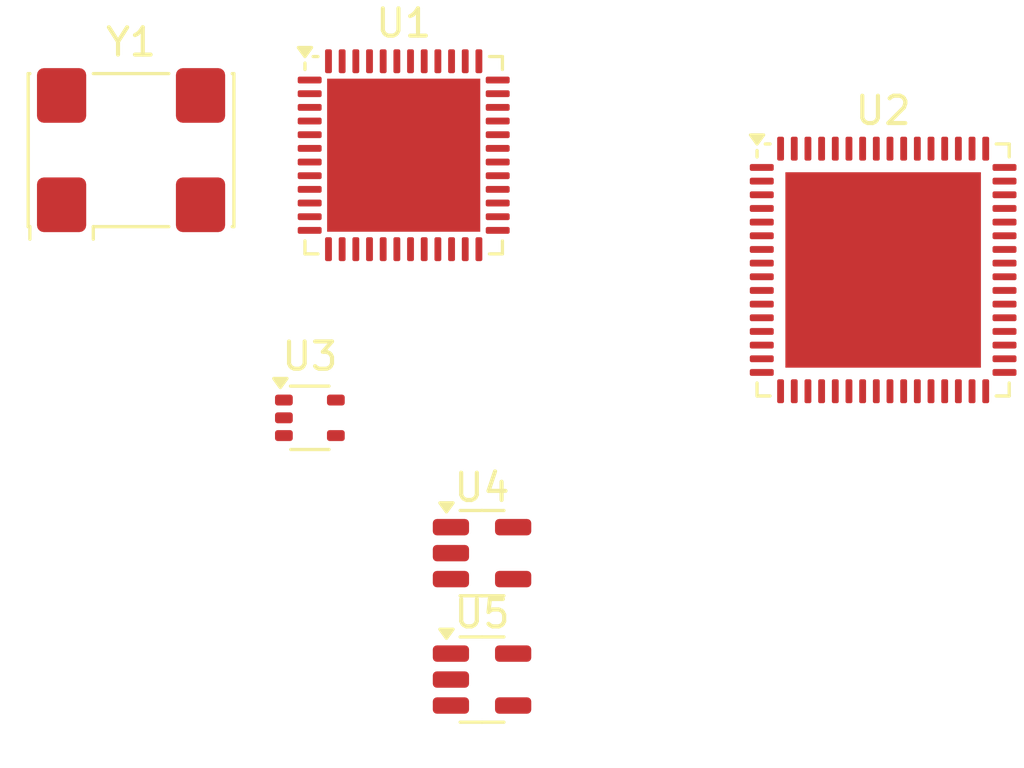
<source format=kicad_pcb>
(kicad_pcb (version 20241229) (generator "pcbnew") (generator_version "9.0")
  (layers (0 "F.Cu" signal) (2 "B.Cu" signal) (13 "F.Paste" user) (15 "B.Paste" user) (5 "F.SilkS" user "F.Silkscreen") (7 "B.SilkS" user "B.Silkscreen") (1 "F.Mask" user) (3 "B.Mask" user) (25 "Edge.Cuts" user))
  (net 0 "")
  (net 2 "+3.3V")
  (net 7 "Net-(U1D-VCC-Pad30)")
  (net 13 "+2V5")
  (net 26 "CLK(48MHz)")
  (net 34 "GND")
  (net 53 "Net-(U2-REFHA-Pad3)")
  (net 60 "Net-(U2-GND-Pad17)")
  (net 61 "Net-(U2-REFHB-Pad13)")
  (net 70 "Net-(U2-REFLB-Pad11)")
  (net 84 "Net-(U2-OGND-Pad31)")
  (net 95 "Net-(U2-REFLA-Pad5)")
  (net 105 "+BATT")
  (net 109 "+1V2")
  (footprint "Package_TO_SOT_SMD:SOT-353_SC-70-5" (layer "F.Cu") (at 63.434 58.816)
    (property "Reference" "U3" (at 0 -2.25 0) (layer "F.SilkS"))
    (property "Value" "MIC5365-3.3YC5")
    (fp_line (start -0.71 -1.16) (end 0.7 -1.16) (stroke (width 0.12)) (layer "F.SilkS"))
    (fp_line (start -0.7 1.16) (end 0.7 1.16) (stroke (width 0.12)) (layer "F.SilkS"))
    (fp_poly (pts (xy -1.08 -1.11) (xy -1.32 -1.44) (xy -0.84 -1.44) (xy -1.08 -1.11)) (stroke (width 0.12)) (fill yes) (layer "F.SilkS"))
    (pad "1" smd roundrect (at -0.95 -0.65) (size 0.65 0.4) (layers "F.Cu" "F.Mask" "F.Paste") (net 105 "+BATT"))
    (pad "2" smd roundrect (at -0.95 0) (size 0.65 0.4) (layers "F.Cu" "F.Mask" "F.Paste") (net 34 "GND"))
    (pad "3" smd roundrect (at -0.95 0.65) (size 0.65 0.4) (layers "F.Cu" "F.Mask" "F.Paste"))
    (pad "4" smd roundrect (at 0.95 0.65) (size 0.65 0.4) (layers "F.Cu" "F.Mask" "F.Paste"))
    (pad "5" smd roundrect (at 0.95 -0.65) (size 0.65 0.4) (layers "F.Cu" "F.Mask" "F.Paste") (net 2 "+3.3V"))
  )
  (footprint "Package_TO_SOT_SMD:SOT-23-5" (layer "F.Cu") (at 69.7285 63.767)
    (property "Reference" "U4" (at 0 -2.4 0) (layer "F.SilkS"))
    (property "Value" "TLV70212_SOT23-5")
    (fp_line (start 0 -1.56) (end -0.8 -1.56) (stroke (width 0.12)) (layer "F.SilkS"))
    (fp_line (start 0 -1.56) (end 0.8 -1.56) (stroke (width 0.12)) (layer "F.SilkS"))
    (fp_line (start 0 1.56) (end -0.8 1.56) (stroke (width 0.12)) (layer "F.SilkS"))
    (fp_line (start 0 1.56) (end 0.8 1.56) (stroke (width 0.12)) (layer "F.SilkS"))
    (fp_poly (pts (xy -1.3 -1.51) (xy -1.54 -1.84) (xy -1.06 -1.84)) (stroke (width 0.12)) (fill yes) (layer "F.SilkS"))
    (pad "1" smd roundrect (at -1.1375 -0.95) (size 1.325 0.6) (layers "F.Cu" "F.Mask" "F.Paste") (net 2 "+3.3V"))
    (pad "2" smd roundrect (at -1.1375 0) (size 1.325 0.6) (layers "F.Cu" "F.Mask" "F.Paste") (net 34 "GND"))
    (pad "3" smd roundrect (at -1.1375 0.95) (size 1.325 0.6) (layers "F.Cu" "F.Mask" "F.Paste"))
    (pad "4" smd roundrect (at 1.1375 0.95) (size 1.325 0.6) (layers "F.Cu" "F.Mask" "F.Paste"))
    (pad "5" smd roundrect (at 1.1375 -0.95) (size 1.325 0.6) (layers "F.Cu" "F.Mask" "F.Paste") (net 109 "+1V2"))
  )
  (footprint "Oscillator:Oscillator_SMD_Abracon_ASV-4Pin_7.0x5.1mm" (layer "F.Cu") (at 56.896 49.022)
    (property "Reference" "Y1" (at 0 -3.95 0) (layer "F.SilkS"))
    (property "Value" "ASV-xxxMHz")
    (fp_line (start -3.76 -2.8) (end -3.7 -2.8) (stroke (width 0.12)) (layer "F.SilkS"))
    (fp_line (start -3.76 2.8) (end -3.76 -2.8) (stroke (width 0.12)) (layer "F.SilkS"))
    (fp_line (start -3.7 2.8) (end -3.76 2.8) (stroke (width 0.12)) (layer "F.SilkS"))
    (fp_line (start -3.7 3.26) (end -3.7 2.8) (stroke (width 0.12)) (layer "F.SilkS"))
    (fp_line (start -1.38 -2.8) (end 1.38 -2.8) (stroke (width 0.12)) (layer "F.SilkS"))
    (fp_line (start -1.38 2.8) (end -1.38 3.26) (stroke (width 0.12)) (layer "F.SilkS"))
    (fp_line (start 1.38 2.8) (end -1.38 2.8) (stroke (width 0.12)) (layer "F.SilkS"))
    (fp_line (start 3.7 -2.8) (end 3.76 -2.8) (stroke (width 0.12)) (layer "F.SilkS"))
    (fp_line (start 3.76 -2.8) (end 3.76 2.8) (stroke (width 0.12)) (layer "F.SilkS"))
    (fp_line (start 3.76 2.8) (end 3.7 2.8) (stroke (width 0.12)) (layer "F.SilkS"))
    (pad "1" smd roundrect (at -2.54 2) (size 1.8 2) (layers "F.Cu" "F.Mask" "F.Paste") (roundrect_rratio 0.138889))
    (pad "2" smd roundrect (at 2.54 2) (size 1.8 2) (layers "F.Cu" "F.Mask" "F.Paste") (roundrect_rratio 0.138889) (net 34 "GND"))
    (pad "3" smd roundrect (at 2.54 -2) (size 1.8 2) (layers "F.Cu" "F.Mask" "F.Paste") (roundrect_rratio 0.138889) (net 26 "CLK(48MHz)"))
    (pad "4" smd roundrect (at -2.54 -2) (size 1.8 2) (layers "F.Cu" "F.Mask" "F.Paste") (roundrect_rratio 0.138889) (net 2 "+3.3V"))
  )
  (footprint "Package_DFN_QFN:QFN-48-1EP_7x7mm_P0.5mm_EP5.6x5.6mm" (layer "F.Cu") (at 66.864 49.208)
    (property "Reference" "U1" (at 0 -4.83 0) (layer "F.SilkS"))
    (property "Value" "ICE40UP5K-SG48ITR")
    (fp_line (start -3.61 -3.135) (end -3.61 -3.37) (stroke (width 0.12)) (layer "F.SilkS"))
    (fp_line (start -3.61 3.61) (end -3.61 3.135) (stroke (width 0.12)) (layer "F.SilkS"))
    (fp_line (start -3.135 -3.61) (end -3.31 -3.61) (stroke (width 0.12)) (layer "F.SilkS"))
    (fp_line (start -3.135 3.61) (end -3.61 3.61) (stroke (width 0.12)) (layer "F.SilkS"))
    (fp_line (start 3.135 -3.61) (end 3.61 -3.61) (stroke (width 0.12)) (layer "F.SilkS"))
    (fp_line (start 3.135 3.61) (end 3.61 3.61) (stroke (width 0.12)) (layer "F.SilkS"))
    (fp_line (start 3.61 -3.61) (end 3.61 -3.135) (stroke (width 0.12)) (layer "F.SilkS"))
    (fp_line (start 3.61 3.61) (end 3.61 3.135) (stroke (width 0.12)) (layer "F.SilkS"))
    (fp_poly (pts (xy -3.61 -3.61) (xy -3.85 -3.94) (xy -3.37 -3.94)) (stroke (width 0.12)) (fill yes) (layer "F.SilkS"))
    (pad "1" smd roundrect (at -3.4375 -2.75) (size 0.875 0.25) (layers "F.Cu" "F.Mask" "F.Paste") (net 2 "+3.3V"))
    (pad "2" smd roundrect (at -3.4375 -2.25) (size 0.875 0.25) (layers "F.Cu" "F.Mask" "F.Paste"))
    (pad "3" smd roundrect (at -3.4375 -1.75) (size 0.875 0.25) (layers "F.Cu" "F.Mask" "F.Paste"))
    (pad "4" smd roundrect (at -3.4375 -1.25) (size 0.875 0.25) (layers "F.Cu" "F.Mask" "F.Paste"))
    (pad "5" smd roundrect (at -3.4375 -0.75) (size 0.875 0.25) (layers "F.Cu" "F.Mask" "F.Paste") (net 7 "Net-(U1D-VCC-Pad30)"))
    (pad "6" smd roundrect (at -3.4375 -0.25) (size 0.875 0.25) (layers "F.Cu" "F.Mask" "F.Paste"))
    (pad "7" smd roundrect (at -3.4375 0.25) (size 0.875 0.25) (layers "F.Cu" "F.Mask" "F.Paste"))
    (pad "8" smd roundrect (at -3.4375 0.75) (size 0.875 0.25) (layers "F.Cu" "F.Mask" "F.Paste"))
    (pad "9" smd roundrect (at -3.4375 1.25) (size 0.875 0.25) (layers "F.Cu" "F.Mask" "F.Paste"))
    (pad "10" smd roundrect (at -3.4375 1.75) (size 0.875 0.25) (layers "F.Cu" "F.Mask" "F.Paste"))
    (pad "11" smd roundrect (at -3.4375 2.25) (size 0.875 0.25) (layers "F.Cu" "F.Mask" "F.Paste"))
    (pad "12" smd roundrect (at -3.4375 2.75) (size 0.875 0.25) (layers "F.Cu" "F.Mask" "F.Paste"))
    (pad "13" smd roundrect (at -2.75 3.4375) (size 0.25 0.875) (layers "F.Cu" "F.Mask" "F.Paste"))
    (pad "14" smd roundrect (at -2.25 3.4375) (size 0.25 0.875) (layers "F.Cu" "F.Mask" "F.Paste"))
    (pad "15" smd roundrect (at -1.75 3.4375) (size 0.25 0.875) (layers "F.Cu" "F.Mask" "F.Paste"))
    (pad "16" smd roundrect (at -1.25 3.4375) (size 0.25 0.875) (layers "F.Cu" "F.Mask" "F.Paste"))
    (pad "17" smd roundrect (at -0.75 3.4375) (size 0.25 0.875) (layers "F.Cu" "F.Mask" "F.Paste"))
    (pad "18" smd roundrect (at -0.25 3.4375) (size 0.25 0.875) (layers "F.Cu" "F.Mask" "F.Paste"))
    (pad "19" smd roundrect (at 0.25 3.4375) (size 0.25 0.875) (layers "F.Cu" "F.Mask" "F.Paste"))
    (pad "20" smd roundrect (at 0.75 3.4375) (size 0.25 0.875) (layers "F.Cu" "F.Mask" "F.Paste"))
    (pad "21" smd roundrect (at 1.25 3.4375) (size 0.25 0.875) (layers "F.Cu" "F.Mask" "F.Paste"))
    (pad "22" smd roundrect (at 1.75 3.4375) (size 0.25 0.875) (layers "F.Cu" "F.Mask" "F.Paste") (net 2 "+3.3V"))
    (pad "23" smd roundrect (at 2.25 3.4375) (size 0.25 0.875) (layers "F.Cu" "F.Mask" "F.Paste"))
    (pad "24" smd roundrect (at 2.75 3.4375) (size 0.25 0.875) (layers "F.Cu" "F.Mask" "F.Paste") (net 13 "+2V5"))
    (pad "25" smd roundrect (at 3.4375 2.75) (size 0.875 0.25) (layers "F.Cu" "F.Mask" "F.Paste"))
    (pad "26" smd roundrect (at 3.4375 2.25) (size 0.875 0.25) (layers "F.Cu" "F.Mask" "F.Paste"))
    (pad "27" smd roundrect (at 3.4375 1.75) (size 0.875 0.25) (layers "F.Cu" "F.Mask" "F.Paste"))
    (pad "28" smd roundrect (at 3.4375 1.25) (size 0.875 0.25) (layers "F.Cu" "F.Mask" "F.Paste"))
    (pad "29" smd roundrect (at 3.4375 0.75) (size 0.875 0.25) (layers "F.Cu" "F.Mask" "F.Paste") (net 13 "+2V5"))
    (pad "30" smd roundrect (at 3.4375 0.25) (size 0.875 0.25) (layers "F.Cu" "F.Mask" "F.Paste") (net 7 "Net-(U1D-VCC-Pad30)"))
    (pad "31" smd roundrect (at 3.4375 -0.25) (size 0.875 0.25) (layers "F.Cu" "F.Mask" "F.Paste"))
    (pad "32" smd roundrect (at 3.4375 -0.75) (size 0.875 0.25) (layers "F.Cu" "F.Mask" "F.Paste"))
    (pad "33" smd roundrect (at 3.4375 -1.25) (size 0.875 0.25) (layers "F.Cu" "F.Mask" "F.Paste") (net 2 "+3.3V"))
    (pad "34" smd roundrect (at 3.4375 -1.75) (size 0.875 0.25) (layers "F.Cu" "F.Mask" "F.Paste"))
    (pad "35" smd roundrect (at 3.4375 -2.25) (size 0.875 0.25) (layers "F.Cu" "F.Mask" "F.Paste"))
    (pad "36" smd roundrect (at 3.4375 -2.75) (size 0.875 0.25) (layers "F.Cu" "F.Mask" "F.Paste"))
    (pad "37" smd roundrect (at 2.75 -3.4375) (size 0.25 0.875) (layers "F.Cu" "F.Mask" "F.Paste"))
    (pad "38" smd roundrect (at 2.25 -3.4375) (size 0.25 0.875) (layers "F.Cu" "F.Mask" "F.Paste"))
    (pad "39" smd roundrect (at 1.75 -3.4375) (size 0.25 0.875) (layers "F.Cu" "F.Mask" "F.Paste"))
    (pad "40" smd roundrect (at 1.25 -3.4375) (size 0.25 0.875) (layers "F.Cu" "F.Mask" "F.Paste"))
    (pad "41" smd roundrect (at 0.75 -3.4375) (size 0.25 0.875) (layers "F.Cu" "F.Mask" "F.Paste"))
    (pad "42" smd roundrect (at 0.25 -3.4375) (size 0.25 0.875) (layers "F.Cu" "F.Mask" "F.Paste"))
    (pad "43" smd roundrect (at -0.25 -3.4375) (size 0.25 0.875) (layers "F.Cu" "F.Mask" "F.Paste"))
    (pad "44" smd roundrect (at -0.75 -3.4375) (size 0.25 0.875) (layers "F.Cu" "F.Mask" "F.Paste") (net 26 "CLK(48MHz)"))
    (pad "45" smd roundrect (at -1.25 -3.4375) (size 0.25 0.875) (layers "F.Cu" "F.Mask" "F.Paste"))
    (pad "46" smd roundrect (at -1.75 -3.4375) (size 0.25 0.875) (layers "F.Cu" "F.Mask" "F.Paste"))
    (pad "47" smd roundrect (at -2.25 -3.4375) (size 0.25 0.875) (layers "F.Cu" "F.Mask" "F.Paste"))
    (pad "48" smd roundrect (at -2.75 -3.4375) (size 0.25 0.875) (layers "F.Cu" "F.Mask" "F.Paste"))
    (pad "49" smd rect (at 0 0) (size 5.6 5.6) (property pad_prop_heatsink) (layers "F.Cu" "F.Mask") (net 34 "GND"))
  )
  (footprint "Package_DFN_QFN:QFN-64-1EP_9x9mm_P0.5mm_EP7.15x7.15mm" (layer "F.Cu") (at 84.394 53.406)
    (property "Reference" "U2" (at 0 -5.83 0) (layer "F.SilkS"))
    (property "Value" "LTC2299xUP")
    (fp_line (start -4.61 -4.135) (end -4.61 -4.37) (stroke (width 0.12)) (layer "F.SilkS"))
    (fp_line (start -4.61 4.61) (end -4.61 4.135) (stroke (width 0.12)) (layer "F.SilkS"))
    (fp_line (start -4.135 -4.61) (end -4.31 -4.61) (stroke (width 0.12)) (layer "F.SilkS"))
    (fp_line (start -4.135 4.61) (end -4.61 4.61) (stroke (width 0.12)) (layer "F.SilkS"))
    (fp_line (start 4.135 -4.61) (end 4.61 -4.61) (stroke (width 0.12)) (layer "F.SilkS"))
    (fp_line (start 4.135 4.61) (end 4.61 4.61) (stroke (width 0.12)) (layer "F.SilkS"))
    (fp_line (start 4.61 -4.61) (end 4.61 -4.135) (stroke (width 0.12)) (layer "F.SilkS"))
    (fp_line (start 4.61 4.61) (end 4.61 4.135) (stroke (width 0.12)) (layer "F.SilkS"))
    (fp_poly (pts (xy -4.61 -4.61) (xy -4.85 -4.94) (xy -4.37 -4.94)) (stroke (width 0.12)) (fill yes) (layer "F.SilkS"))
    (pad "1" smd roundrect (at -4.4375 -3.75) (size 0.875 0.25) (layers "F.Cu" "F.Mask" "F.Paste"))
    (pad "2" smd roundrect (at -4.4375 -3.25) (size 0.875 0.25) (layers "F.Cu" "F.Mask" "F.Paste"))
    (pad "3" smd roundrect (at -4.4375 -2.75) (size 0.875 0.25) (layers "F.Cu" "F.Mask" "F.Paste") (net 53 "Net-(U2-REFHA-Pad3)"))
    (pad "4" smd roundrect (at -4.4375 -2.25) (size 0.875 0.25) (layers "F.Cu" "F.Mask" "F.Paste") (net 53 "Net-(U2-REFHA-Pad3)"))
    (pad "5" smd roundrect (at -4.4375 -1.75) (size 0.875 0.25) (layers "F.Cu" "F.Mask" "F.Paste") (net 95 "Net-(U2-REFLA-Pad5)"))
    (pad "6" smd roundrect (at -4.4375 -1.25) (size 0.875 0.25) (layers "F.Cu" "F.Mask" "F.Paste") (net 95 "Net-(U2-REFLA-Pad5)"))
    (pad "7" smd roundrect (at -4.4375 -0.75) (size 0.875 0.25) (layers "F.Cu" "F.Mask" "F.Paste"))
    (pad "8" smd roundrect (at -4.4375 -0.25) (size 0.875 0.25) (layers "F.Cu" "F.Mask" "F.Paste"))
    (pad "9" smd roundrect (at -4.4375 0.25) (size 0.875 0.25) (layers "F.Cu" "F.Mask" "F.Paste"))
    (pad "10" smd roundrect (at -4.4375 0.75) (size 0.875 0.25) (layers "F.Cu" "F.Mask" "F.Paste"))
    (pad "11" smd roundrect (at -4.4375 1.25) (size 0.875 0.25) (layers "F.Cu" "F.Mask" "F.Paste") (net 70 "Net-(U2-REFLB-Pad11)"))
    (pad "12" smd roundrect (at -4.4375 1.75) (size 0.875 0.25) (layers "F.Cu" "F.Mask" "F.Paste") (net 70 "Net-(U2-REFLB-Pad11)"))
    (pad "13" smd roundrect (at -4.4375 2.25) (size 0.875 0.25) (layers "F.Cu" "F.Mask" "F.Paste") (net 61 "Net-(U2-REFHB-Pad13)"))
    (pad "14" smd roundrect (at -4.4375 2.75) (size 0.875 0.25) (layers "F.Cu" "F.Mask" "F.Paste") (net 61 "Net-(U2-REFHB-Pad13)"))
    (pad "15" smd roundrect (at -4.4375 3.25) (size 0.875 0.25) (layers "F.Cu" "F.Mask" "F.Paste"))
    (pad "16" smd roundrect (at -4.4375 3.75) (size 0.875 0.25) (layers "F.Cu" "F.Mask" "F.Paste"))
    (pad "17" smd roundrect (at -3.75 4.4375) (size 0.25 0.875) (layers "F.Cu" "F.Mask" "F.Paste") (net 60 "Net-(U2-GND-Pad17)"))
    (pad "18" smd roundrect (at -3.25 4.4375) (size 0.25 0.875) (layers "F.Cu" "F.Mask" "F.Paste"))
    (pad "19" smd roundrect (at -2.75 4.4375) (size 0.25 0.875) (layers "F.Cu" "F.Mask" "F.Paste"))
    (pad "20" smd roundrect (at -2.25 4.4375) (size 0.25 0.875) (layers "F.Cu" "F.Mask" "F.Paste"))
    (pad "21" smd roundrect (at -1.75 4.4375) (size 0.25 0.875) (layers "F.Cu" "F.Mask" "F.Paste"))
    (pad "22" smd roundrect (at -1.25 4.4375) (size 0.25 0.875) (layers "F.Cu" "F.Mask" "F.Paste"))
    (pad "23" smd roundrect (at -0.75 4.4375) (size 0.25 0.875) (layers "F.Cu" "F.Mask" "F.Paste"))
    (pad "24" smd roundrect (at -0.25 4.4375) (size 0.25 0.875) (layers "F.Cu" "F.Mask" "F.Paste"))
    (pad "25" smd roundrect (at 0.25 4.4375) (size 0.25 0.875) (layers "F.Cu" "F.Mask" "F.Paste"))
    (pad "26" smd roundrect (at 0.75 4.4375) (size 0.25 0.875) (layers "F.Cu" "F.Mask" "F.Paste"))
    (pad "27" smd roundrect (at 1.25 4.4375) (size 0.25 0.875) (layers "F.Cu" "F.Mask" "F.Paste"))
    (pad "28" smd roundrect (at 1.75 4.4375) (size 0.25 0.875) (layers "F.Cu" "F.Mask" "F.Paste"))
    (pad "29" smd roundrect (at 2.25 4.4375) (size 0.25 0.875) (layers "F.Cu" "F.Mask" "F.Paste"))
    (pad "30" smd roundrect (at 2.75 4.4375) (size 0.25 0.875) (layers "F.Cu" "F.Mask" "F.Paste"))
    (pad "31" smd roundrect (at 3.25 4.4375) (size 0.25 0.875) (layers "F.Cu" "F.Mask" "F.Paste") (net 84 "Net-(U2-OGND-Pad31)"))
    (pad "32" smd roundrect (at 3.75 4.4375) (size 0.25 0.875) (layers "F.Cu" "F.Mask" "F.Paste"))
    (pad "33" smd roundrect (at 4.4375 3.75) (size 0.875 0.25) (layers "F.Cu" "F.Mask" "F.Paste"))
    (pad "34" smd roundrect (at 4.4375 3.25) (size 0.875 0.25) (layers "F.Cu" "F.Mask" "F.Paste"))
    (pad "35" smd roundrect (at 4.4375 2.75) (size 0.875 0.25) (layers "F.Cu" "F.Mask" "F.Paste"))
    (pad "36" smd roundrect (at 4.4375 2.25) (size 0.875 0.25) (layers "F.Cu" "F.Mask" "F.Paste"))
    (pad "37" smd roundrect (at 4.4375 1.75) (size 0.875 0.25) (layers "F.Cu" "F.Mask" "F.Paste"))
    (pad "38" smd roundrect (at 4.4375 1.25) (size 0.875 0.25) (layers "F.Cu" "F.Mask" "F.Paste"))
    (pad "39" smd roundrect (at 4.4375 0.75) (size 0.875 0.25) (layers "F.Cu" "F.Mask" "F.Paste"))
    (pad "40" smd roundrect (at 4.4375 0.25) (size 0.875 0.25) (layers "F.Cu" "F.Mask" "F.Paste"))
    (pad "41" smd roundrect (at 4.4375 -0.25) (size 0.875 0.25) (layers "F.Cu" "F.Mask" "F.Paste"))
    (pad "42" smd roundrect (at 4.4375 -0.75) (size 0.875 0.25) (layers "F.Cu" "F.Mask" "F.Paste"))
    (pad "43" smd roundrect (at 4.4375 -1.25) (size 0.875 0.25) (layers "F.Cu" "F.Mask" "F.Paste"))
    (pad "44" smd roundrect (at 4.4375 -1.75) (size 0.875 0.25) (layers "F.Cu" "F.Mask" "F.Paste"))
    (pad "45" smd roundrect (at 4.4375 -2.25) (size 0.875 0.25) (layers "F.Cu" "F.Mask" "F.Paste"))
    (pad "46" smd roundrect (at 4.4375 -2.75) (size 0.875 0.25) (layers "F.Cu" "F.Mask" "F.Paste"))
    (pad "47" smd roundrect (at 4.4375 -3.25) (size 0.875 0.25) (layers "F.Cu" "F.Mask" "F.Paste"))
    (pad "48" smd roundrect (at 4.4375 -3.75) (size 0.875 0.25) (layers "F.Cu" "F.Mask" "F.Paste"))
    (pad "49" smd roundrect (at 3.75 -4.4375) (size 0.25 0.875) (layers "F.Cu" "F.Mask" "F.Paste"))
    (pad "50" smd roundrect (at 3.25 -4.4375) (size 0.25 0.875) (layers "F.Cu" "F.Mask" "F.Paste") (net 84 "Net-(U2-OGND-Pad31)"))
    (pad "51" smd roundrect (at 2.75 -4.4375) (size 0.25 0.875) (layers "F.Cu" "F.Mask" "F.Paste"))
    (pad "52" smd roundrect (at 2.25 -4.4375) (size 0.25 0.875) (layers "F.Cu" "F.Mask" "F.Paste"))
    (pad "53" smd roundrect (at 1.75 -4.4375) (size 0.25 0.875) (layers "F.Cu" "F.Mask" "F.Paste"))
    (pad "54" smd roundrect (at 1.25 -4.4375) (size 0.25 0.875) (layers "F.Cu" "F.Mask" "F.Paste"))
    (pad "55" smd roundrect (at 0.75 -4.4375) (size 0.25 0.875) (layers "F.Cu" "F.Mask" "F.Paste"))
    (pad "56" smd roundrect (at 0.25 -4.4375) (size 0.25 0.875) (layers "F.Cu" "F.Mask" "F.Paste"))
    (pad "57" smd roundrect (at -0.25 -4.4375) (size 0.25 0.875) (layers "F.Cu" "F.Mask" "F.Paste"))
    (pad "58" smd roundrect (at -0.75 -4.4375) (size 0.25 0.875) (layers "F.Cu" "F.Mask" "F.Paste"))
    (pad "59" smd roundrect (at -1.25 -4.4375) (size 0.25 0.875) (layers "F.Cu" "F.Mask" "F.Paste"))
    (pad "60" smd roundrect (at -1.75 -4.4375) (size 0.25 0.875) (layers "F.Cu" "F.Mask" "F.Paste"))
    (pad "61" smd roundrect (at -2.25 -4.4375) (size 0.25 0.875) (layers "F.Cu" "F.Mask" "F.Paste"))
    (pad "62" smd roundrect (at -2.75 -4.4375) (size 0.25 0.875) (layers "F.Cu" "F.Mask" "F.Paste"))
    (pad "63" smd roundrect (at -3.25 -4.4375) (size 0.25 0.875) (layers "F.Cu" "F.Mask" "F.Paste"))
    (pad "64" smd roundrect (at -3.75 -4.4375) (size 0.25 0.875) (layers "F.Cu" "F.Mask" "F.Paste") (net 60 "Net-(U2-GND-Pad17)"))
    (pad "65" smd rect (at 0 0) (size 7.15 7.15) (property pad_prop_heatsink) (layers "F.Cu" "F.Mask") (net 60 "Net-(U2-GND-Pad17)"))
  )
  (footprint "Package_TO_SOT_SMD:SOT-23-5" (layer "F.Cu") (at 69.7285 68.392)
    (property "Reference" "U5" (at 0 -2.4 0) (layer "F.SilkS"))
    (property "Value" "TLV73325PDBV")
    (fp_line (start 0 -1.56) (end -0.8 -1.56) (stroke (width 0.12)) (layer "F.SilkS"))
    (fp_line (start 0 -1.56) (end 0.8 -1.56) (stroke (width 0.12)) (layer "F.SilkS"))
    (fp_line (start 0 1.56) (end -0.8 1.56) (stroke (width 0.12)) (layer "F.SilkS"))
    (fp_line (start 0 1.56) (end 0.8 1.56) (stroke (width 0.12)) (layer "F.SilkS"))
    (fp_poly (pts (xy -1.3 -1.51) (xy -1.54 -1.84) (xy -1.06 -1.84)) (stroke (width 0.12)) (fill yes) (layer "F.SilkS"))
    (pad "1" smd roundrect (at -1.1375 -0.95) (size 1.325 0.6) (layers "F.Cu" "F.Mask" "F.Paste") (net 2 "+3.3V"))
    (pad "2" smd roundrect (at -1.1375 0) (size 1.325 0.6) (layers "F.Cu" "F.Mask" "F.Paste") (net 34 "GND"))
    (pad "3" smd roundrect (at -1.1375 0.95) (size 1.325 0.6) (layers "F.Cu" "F.Mask" "F.Paste"))
    (pad "4" smd roundrect (at 1.1375 0.95) (size 1.325 0.6) (layers "F.Cu" "F.Mask" "F.Paste"))
    (pad "5" smd roundrect (at 1.1375 -0.95) (size 1.325 0.6) (layers "F.Cu" "F.Mask" "F.Paste") (net 13 "+2V5"))
  )
)
</source>
